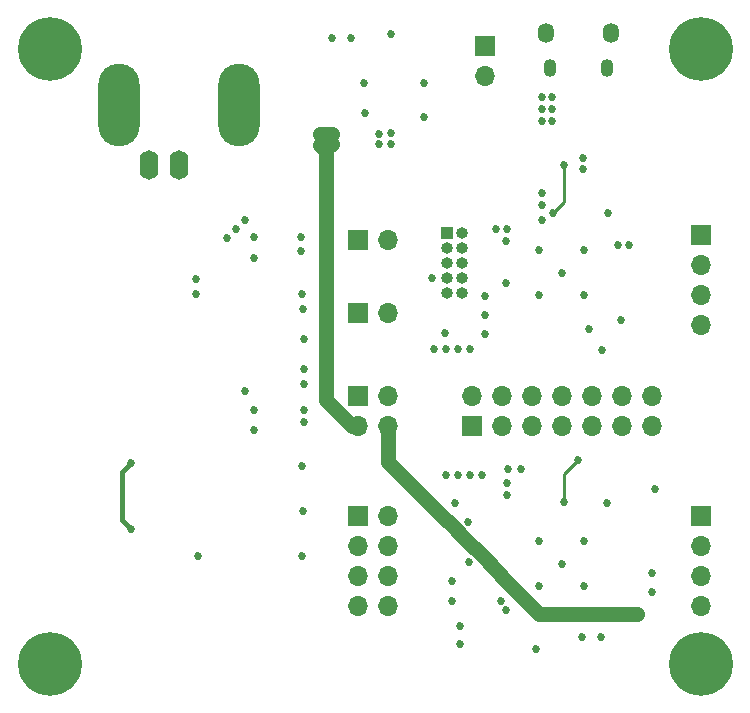
<source format=gbr>
G04 #@! TF.GenerationSoftware,KiCad,Pcbnew,5.1.6*
G04 #@! TF.CreationDate,2020-09-03T22:14:07-05:00*
G04 #@! TF.ProjectId,pcb,7063622e-6b69-4636-9164-5f7063625858,rev?*
G04 #@! TF.SameCoordinates,Original*
G04 #@! TF.FileFunction,Copper,L4,Bot*
G04 #@! TF.FilePolarity,Positive*
%FSLAX46Y46*%
G04 Gerber Fmt 4.6, Leading zero omitted, Abs format (unit mm)*
G04 Created by KiCad (PCBNEW 5.1.6) date 2020-09-03 22:14:07*
%MOMM*%
%LPD*%
G01*
G04 APERTURE LIST*
G04 #@! TA.AperFunction,ComponentPad*
%ADD10O,1.350000X1.700000*%
G04 #@! TD*
G04 #@! TA.AperFunction,ComponentPad*
%ADD11O,1.100000X1.500000*%
G04 #@! TD*
G04 #@! TA.AperFunction,ComponentPad*
%ADD12O,1.700000X1.700000*%
G04 #@! TD*
G04 #@! TA.AperFunction,ComponentPad*
%ADD13R,1.700000X1.700000*%
G04 #@! TD*
G04 #@! TA.AperFunction,ComponentPad*
%ADD14O,1.000000X1.000000*%
G04 #@! TD*
G04 #@! TA.AperFunction,ComponentPad*
%ADD15R,1.000000X1.000000*%
G04 #@! TD*
G04 #@! TA.AperFunction,ComponentPad*
%ADD16C,5.400000*%
G04 #@! TD*
G04 #@! TA.AperFunction,ComponentPad*
%ADD17O,1.600000X2.500000*%
G04 #@! TD*
G04 #@! TA.AperFunction,ComponentPad*
%ADD18O,3.500000X7.000000*%
G04 #@! TD*
G04 #@! TA.AperFunction,ViaPad*
%ADD19C,0.685800*%
G04 #@! TD*
G04 #@! TA.AperFunction,Conductor*
%ADD20C,0.398780*%
G04 #@! TD*
G04 #@! TA.AperFunction,Conductor*
%ADD21C,1.270000*%
G04 #@! TD*
G04 #@! TA.AperFunction,Conductor*
%ADD22C,0.248920*%
G04 #@! TD*
G04 APERTURE END LIST*
D10*
X57239000Y-62131000D03*
X62699000Y-62131000D03*
D11*
X57549000Y-65131000D03*
X62389000Y-65131000D03*
D12*
X70332600Y-110617000D03*
X70332600Y-108077000D03*
X70332600Y-105537000D03*
D13*
X70332600Y-102997000D03*
D12*
X70332600Y-86868000D03*
X70332600Y-84328000D03*
X70332600Y-81788000D03*
D13*
X70332600Y-79248000D03*
D12*
X52070000Y-65786000D03*
D13*
X52070000Y-63246000D03*
D12*
X43815000Y-110617000D03*
X41275000Y-110617000D03*
X43815000Y-108077000D03*
X41275000Y-108077000D03*
X43815000Y-105537000D03*
X41275000Y-105537000D03*
X43815000Y-102997000D03*
D13*
X41275000Y-102997000D03*
D12*
X66173200Y-92837000D03*
X66173200Y-95377000D03*
X63633200Y-92837000D03*
X63633200Y-95377000D03*
X61093200Y-92837000D03*
X61093200Y-95377000D03*
X58553200Y-92837000D03*
X58553200Y-95377000D03*
X56013200Y-92837000D03*
X56013200Y-95377000D03*
X53473200Y-92837000D03*
X53473200Y-95377000D03*
X50933200Y-92837000D03*
D13*
X50933200Y-95377000D03*
D12*
X43815000Y-95377000D03*
X41275000Y-95377000D03*
X43815000Y-92837000D03*
D13*
X41275000Y-92837000D03*
D12*
X43815000Y-79629000D03*
D13*
X41275000Y-79629000D03*
D12*
X43815000Y-85852000D03*
D13*
X41275000Y-85852000D03*
D14*
X50114200Y-84112100D03*
X48844200Y-84112100D03*
X50114200Y-82842100D03*
X48844200Y-82842100D03*
X50114200Y-81572100D03*
X48844200Y-81572100D03*
X50114200Y-80302100D03*
X48844200Y-80302100D03*
X50114200Y-79032100D03*
D15*
X48844200Y-79032100D03*
D16*
X15240000Y-115570000D03*
X70332600Y-115570000D03*
X70332600Y-63500000D03*
X15214600Y-63500000D03*
D17*
X23575000Y-73320000D03*
X26115000Y-73320000D03*
D18*
X31195000Y-68240000D03*
X21035000Y-68240000D03*
D19*
X58547000Y-107061000D03*
X56642000Y-108966000D03*
X60452000Y-108966000D03*
X60452000Y-105156000D03*
X56642000Y-105156000D03*
X58547000Y-82423000D03*
X60452000Y-80518000D03*
X60452000Y-84328000D03*
X56642000Y-84328000D03*
X56642000Y-80518000D03*
X57734200Y-67564000D03*
X57734200Y-68580000D03*
X57734200Y-69596000D03*
X46888400Y-69265800D03*
X39115900Y-62560300D03*
X44068900Y-62242800D03*
X49555400Y-101904800D03*
X50622200Y-103555800D03*
X60312200Y-113271400D03*
X66243200Y-107848400D03*
X66243200Y-109499400D03*
X32473900Y-95783400D03*
X32473900Y-94068900D03*
X55130700Y-99021900D03*
X53987700Y-99021900D03*
X50698400Y-106883200D03*
X49301400Y-108559600D03*
X60833000Y-87223600D03*
X63322200Y-80111600D03*
X56870600Y-67564000D03*
X56870600Y-68580000D03*
X56870600Y-69596000D03*
X63550900Y-86436100D03*
X62484100Y-77342900D03*
X53009800Y-78689200D03*
X53898700Y-78714500D03*
X36588700Y-98767900D03*
X36614100Y-102577900D03*
X36537900Y-106387900D03*
X36601400Y-84201000D03*
X36652200Y-85471000D03*
X36703000Y-88011000D03*
X36703000Y-90551000D03*
X36753800Y-91821000D03*
X47574200Y-82854800D03*
X48666300Y-87503100D03*
X60325000Y-72745600D03*
X60325000Y-73660000D03*
X52095400Y-87630000D03*
X52069900Y-85979100D03*
X53817400Y-83266400D03*
X41935400Y-68884800D03*
X32486600Y-81153000D03*
X32473900Y-79438500D03*
X49276000Y-110236000D03*
X49987100Y-113906400D03*
X27724100Y-106387900D03*
X27559000Y-82931000D03*
X27559000Y-84201000D03*
X31750000Y-92456000D03*
X56896000Y-77978000D03*
X46939200Y-66344800D03*
X41859200Y-66344800D03*
X56408246Y-114279754D03*
X44068900Y-70624800D03*
X44068900Y-71513800D03*
X40690900Y-62572800D03*
X66459100Y-100723700D03*
X62420600Y-101904700D03*
X61887200Y-113283900D03*
X53924200Y-100228400D03*
X53924200Y-101244400D03*
X61975900Y-88946431D03*
X53833000Y-79766400D03*
X43053000Y-71526400D03*
X43053000Y-70662800D03*
X64287400Y-80111600D03*
X36728400Y-94068900D03*
X36728400Y-95084900D03*
X52070100Y-84404100D03*
X36512500Y-79438500D03*
X36525200Y-80568800D03*
X30226000Y-79502000D03*
X30988000Y-78740000D03*
X31750000Y-77978000D03*
X50800000Y-88900000D03*
X49784000Y-88900000D03*
X48768000Y-88900000D03*
X47752000Y-88900000D03*
X51816000Y-99568000D03*
X50800000Y-99568000D03*
X49784000Y-99568000D03*
X48768000Y-99568000D03*
X53403500Y-110236000D03*
X49974600Y-112331400D03*
X53848000Y-110998000D03*
X56870600Y-75717400D03*
X56896000Y-76708000D03*
X22098000Y-98552000D03*
X22098000Y-104140000D03*
X50622200Y-105206800D03*
X53441700Y-108076900D03*
X39115900Y-71526400D03*
X39115900Y-70662800D03*
X38125400Y-71577200D03*
X38125400Y-70662800D03*
X64084200Y-111302800D03*
X64947800Y-111302800D03*
X58750200Y-101879400D03*
X59944000Y-98298000D03*
X57808200Y-77396000D03*
X58737500Y-73342500D03*
D20*
X22098000Y-98552000D02*
X21336000Y-99314000D01*
X21336000Y-99314000D02*
X21336000Y-103378000D01*
X21336000Y-103378000D02*
X21717000Y-103759000D01*
X22098000Y-104140000D02*
X21717000Y-103759000D01*
D21*
X39065100Y-71577200D02*
X39115900Y-71526400D01*
X51600101Y-106184701D02*
X50622200Y-105206800D01*
X64084200Y-111302800D02*
X64084200Y-111302800D01*
X53441700Y-108026300D02*
X51600101Y-106184701D01*
X53441700Y-108076900D02*
X53441700Y-108026300D01*
X56667600Y-111302800D02*
X53441700Y-108076900D01*
X64084200Y-111302800D02*
X56667600Y-111302800D01*
X64947800Y-111302800D02*
X64084200Y-111302800D01*
X48895000Y-103479600D02*
X50622200Y-105206800D01*
X48895000Y-103479600D02*
X48869600Y-103479600D01*
X43815000Y-98425000D02*
X43815000Y-95377000D01*
X48869600Y-103479600D02*
X43815000Y-98425000D01*
X39065100Y-71577200D02*
X38125400Y-71577200D01*
X38125400Y-70662800D02*
X39115900Y-70662800D01*
X38608000Y-72059800D02*
X38125400Y-71577200D01*
X38608000Y-93218000D02*
X38608000Y-72059800D01*
X40767000Y-95377000D02*
X38608000Y-93218000D01*
X41275000Y-95377000D02*
X40767000Y-95377000D01*
D22*
X58750200Y-99491800D02*
X59944000Y-98298000D01*
X58750200Y-101879400D02*
X58750200Y-99491800D01*
X57785000Y-77372800D02*
X57808200Y-77396000D01*
X58737500Y-76466700D02*
X57808200Y-77396000D01*
X58737500Y-73342500D02*
X58737500Y-76466700D01*
M02*

</source>
